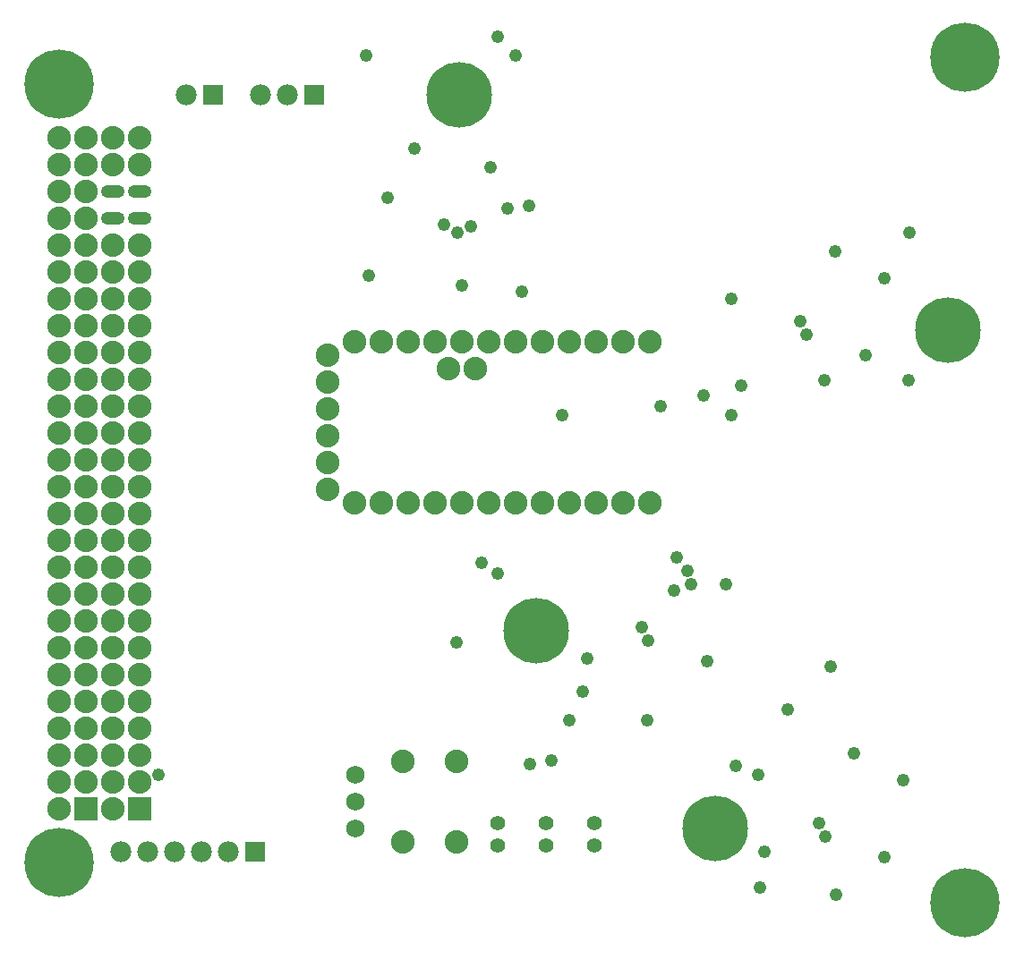
<source format=gbs>
G04 Layer_Color=16711935*
%FSLAX25Y25*%
%MOIN*%
G70*
G01*
G75*
%ADD53C,0.06800*%
%ADD54C,0.08800*%
%ADD55C,0.05524*%
%ADD56C,0.07800*%
%ADD57R,0.07800X0.07800*%
%ADD58R,0.08800X0.08800*%
%ADD59O,0.08800X0.04800*%
%ADD60C,0.04800*%
%ADD61C,0.24422*%
%ADD62C,0.25800*%
D53*
X-247000Y47500D02*
D03*
Y57500D02*
D03*
Y67500D02*
D03*
D54*
X-209500Y42500D02*
D03*
Y72500D02*
D03*
X-229500Y42500D02*
D03*
Y72500D02*
D03*
X-247500Y169000D02*
D03*
X-237500D02*
D03*
X-227500D02*
D03*
X-217500D02*
D03*
X-207500D02*
D03*
X-197500D02*
D03*
X-187500D02*
D03*
X-177500D02*
D03*
X-167500D02*
D03*
X-157500D02*
D03*
X-147500D02*
D03*
X-137500D02*
D03*
X-247500Y229000D02*
D03*
X-237500D02*
D03*
X-227500D02*
D03*
X-217500D02*
D03*
X-207500D02*
D03*
X-197500D02*
D03*
X-187500D02*
D03*
X-177500D02*
D03*
X-167500D02*
D03*
X-157500D02*
D03*
X-147500D02*
D03*
X-137500D02*
D03*
X-212500Y219000D02*
D03*
X-202500D02*
D03*
X-257500Y174000D02*
D03*
Y184000D02*
D03*
Y194000D02*
D03*
Y204000D02*
D03*
Y214000D02*
D03*
Y224000D02*
D03*
X-357500Y125000D02*
D03*
Y105000D02*
D03*
Y115000D02*
D03*
Y155000D02*
D03*
Y165000D02*
D03*
Y135000D02*
D03*
Y145000D02*
D03*
Y65000D02*
D03*
Y55000D02*
D03*
Y95000D02*
D03*
Y75000D02*
D03*
Y85000D02*
D03*
Y195000D02*
D03*
Y175000D02*
D03*
Y185000D02*
D03*
Y225000D02*
D03*
Y235000D02*
D03*
Y205000D02*
D03*
Y215000D02*
D03*
Y265000D02*
D03*
Y275000D02*
D03*
Y245000D02*
D03*
Y255000D02*
D03*
Y285000D02*
D03*
Y295000D02*
D03*
Y305000D02*
D03*
X-347500Y85000D02*
D03*
Y95000D02*
D03*
Y65000D02*
D03*
Y75000D02*
D03*
Y125000D02*
D03*
Y135000D02*
D03*
Y105000D02*
D03*
Y115000D02*
D03*
Y165000D02*
D03*
Y175000D02*
D03*
Y145000D02*
D03*
Y155000D02*
D03*
Y215000D02*
D03*
Y185000D02*
D03*
Y195000D02*
D03*
Y235000D02*
D03*
Y225000D02*
D03*
Y255000D02*
D03*
Y265000D02*
D03*
Y205000D02*
D03*
Y245000D02*
D03*
Y295000D02*
D03*
Y305000D02*
D03*
Y275000D02*
D03*
Y285000D02*
D03*
X-337500Y125000D02*
D03*
Y105000D02*
D03*
Y115000D02*
D03*
Y155000D02*
D03*
Y165000D02*
D03*
Y135000D02*
D03*
Y145000D02*
D03*
Y65000D02*
D03*
Y55000D02*
D03*
Y95000D02*
D03*
Y75000D02*
D03*
Y85000D02*
D03*
Y195000D02*
D03*
Y175000D02*
D03*
Y185000D02*
D03*
Y225000D02*
D03*
Y235000D02*
D03*
Y205000D02*
D03*
Y215000D02*
D03*
Y265000D02*
D03*
Y245000D02*
D03*
Y255000D02*
D03*
Y295000D02*
D03*
Y305000D02*
D03*
X-327500Y85000D02*
D03*
Y95000D02*
D03*
Y65000D02*
D03*
Y75000D02*
D03*
Y125000D02*
D03*
Y135000D02*
D03*
Y105000D02*
D03*
Y115000D02*
D03*
Y165000D02*
D03*
Y175000D02*
D03*
Y145000D02*
D03*
Y155000D02*
D03*
Y215000D02*
D03*
Y185000D02*
D03*
Y195000D02*
D03*
Y235000D02*
D03*
Y225000D02*
D03*
Y255000D02*
D03*
Y265000D02*
D03*
Y205000D02*
D03*
Y245000D02*
D03*
Y295000D02*
D03*
Y305000D02*
D03*
D55*
X-194000Y41232D02*
D03*
Y49500D02*
D03*
X-176000Y41232D02*
D03*
Y49500D02*
D03*
X-158000Y41232D02*
D03*
Y49500D02*
D03*
D56*
X-334500Y39000D02*
D03*
X-324500Y39000D02*
D03*
X-314500Y39000D02*
D03*
X-294500Y39000D02*
D03*
X-304500Y39000D02*
D03*
X-282500Y321000D02*
D03*
X-272500Y321000D02*
D03*
X-310000D02*
D03*
D57*
X-284500Y39000D02*
D03*
X-262500Y321000D02*
D03*
X-300000D02*
D03*
D58*
X-347500Y55000D02*
D03*
X-327500D02*
D03*
D59*
X-337500Y275000D02*
D03*
Y285000D02*
D03*
X-327500Y275000D02*
D03*
Y285000D02*
D03*
D60*
X-40868Y269632D02*
D03*
X-242000Y253500D02*
D03*
X-107000Y201500D02*
D03*
X-117500Y209000D02*
D03*
X-133500Y205000D02*
D03*
X-170000Y201500D02*
D03*
X-182000Y71500D02*
D03*
X-200000Y146500D02*
D03*
X-174000Y73000D02*
D03*
X-194000Y142500D02*
D03*
X-209500Y117000D02*
D03*
X-86000Y92000D02*
D03*
X-194000Y342500D02*
D03*
X-243000Y335500D02*
D03*
X-187500D02*
D03*
X-41000Y214500D02*
D03*
X-72500D02*
D03*
X-190500Y278500D02*
D03*
X-116000Y110000D02*
D03*
X-167500Y88000D02*
D03*
X-160981Y110931D02*
D03*
X-138500Y88000D02*
D03*
X-105500Y71000D02*
D03*
X-94981Y38931D02*
D03*
X-122000Y138500D02*
D03*
X-70000Y108000D02*
D03*
X-68000Y23050D02*
D03*
X-128379Y136379D02*
D03*
X-97000Y67500D02*
D03*
X-123500Y143500D02*
D03*
X-107000Y245000D02*
D03*
X-182500Y279500D02*
D03*
X-214000Y272500D02*
D03*
X-207500Y250000D02*
D03*
X-196728Y294000D02*
D03*
X-61500Y75500D02*
D03*
X-43000Y65500D02*
D03*
X-96500Y25500D02*
D03*
X-72000Y44500D02*
D03*
X-74500Y49500D02*
D03*
X-50000Y37000D02*
D03*
X-127500Y148500D02*
D03*
X-109000Y138500D02*
D03*
X-162500Y98500D02*
D03*
X-138000Y117500D02*
D03*
X-140500Y122500D02*
D03*
X-68500Y262500D02*
D03*
X-50000Y252500D02*
D03*
X-103500Y212500D02*
D03*
X-79000Y231500D02*
D03*
X-81500Y236500D02*
D03*
X-57000Y224000D02*
D03*
X-204228Y272000D02*
D03*
X-209228Y269500D02*
D03*
X-320500Y67500D02*
D03*
X-235228Y282500D02*
D03*
X-225228Y301000D02*
D03*
X-185228Y247500D02*
D03*
X-357500Y44500D02*
D03*
Y25500D02*
D03*
X-365500Y40000D02*
D03*
Y30000D02*
D03*
X-349500Y40000D02*
D03*
Y30000D02*
D03*
X-12000Y15000D02*
D03*
Y25000D02*
D03*
X-28000Y15000D02*
D03*
Y25000D02*
D03*
X-20000Y10500D02*
D03*
Y29500D02*
D03*
X-349500Y320000D02*
D03*
Y330000D02*
D03*
X-365500Y320000D02*
D03*
Y330000D02*
D03*
X-357500Y315500D02*
D03*
Y334500D02*
D03*
X-12000Y330000D02*
D03*
Y340000D02*
D03*
X-28000Y330000D02*
D03*
Y340000D02*
D03*
X-20000Y325500D02*
D03*
Y344500D02*
D03*
D61*
X-26457Y233228D02*
D03*
X-179685Y121299D02*
D03*
X-208622Y320866D02*
D03*
X-113228Y47520D02*
D03*
D62*
X-20000Y20000D02*
D03*
Y335000D02*
D03*
X-357500Y325000D02*
D03*
Y35000D02*
D03*
M02*

</source>
